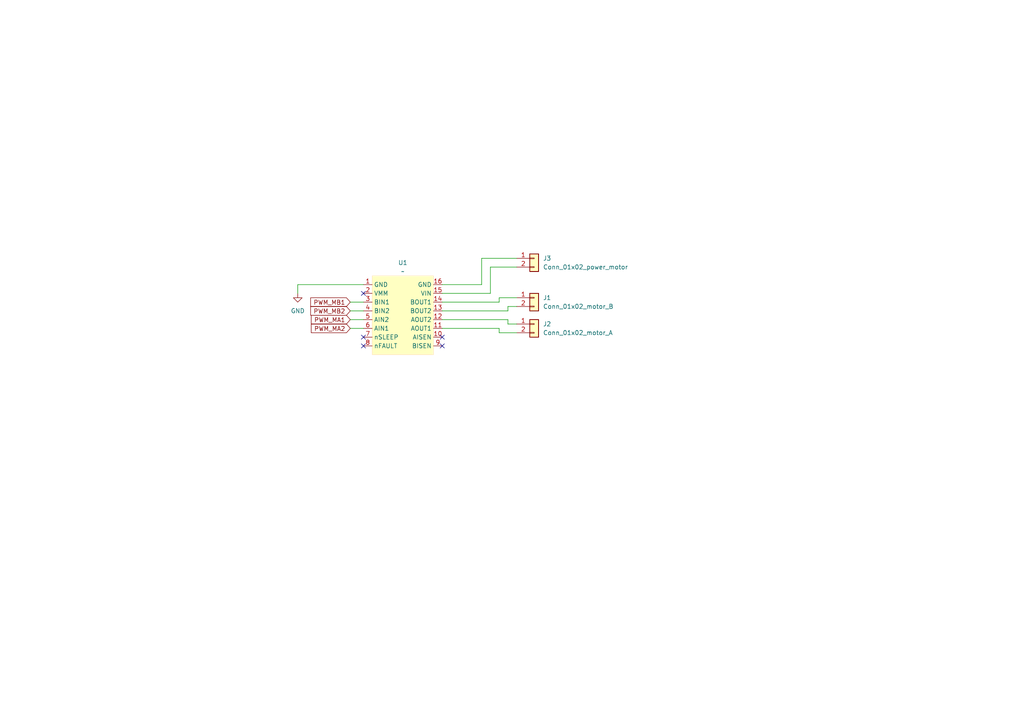
<source format=kicad_sch>
(kicad_sch (version 20250114) (generator "eeschema") (generator_version "9.0")
  (paper "A4")
  (lib_symbols
    (symbol "Connector_Generic:Conn_01x02" (pin_names (offset 1.016) (hide yes))
      (property "Reference" "J" (at 0 2.54 0))
      (property "Value" "Conn_01x02" (at 0 -5.08 0))
      (symbol "Conn_01x02_1_1"
        (rectangle (start -1.27 1.27) (end 1.27 -3.81) (stroke (width 0.254)) (fill (type background)))
        (rectangle (start -1.27 0.127) (end 0 -0.127) (stroke (width 0.1524)))
        (rectangle (start -1.27 -2.413) (end 0 -2.667) (stroke (width 0.1524)))
        (pin passive line (at -5.08 0 0) (length 3.81) (name "Pin_1") (number "1"))
        (pin passive line (at -5.08 -2.54 0) (length 3.81) (name "Pin_2") (number "2"))
      )
    )
    (symbol "custom_motores:DVR8833"
      (property "Reference" "U" (at 0 11.938 0))
      (symbol "DVR8833_0_1"
        (rectangle (start -8.89 10.16) (end 8.89 -12.7) (stroke (width 0) (color 255 229 191 1)) (fill (type background)))
      )
      (symbol "DVR8833_1_1"
        (pin power_in line (at -11.43 7.62 0) (length 2.54) (name "GND") (number "1"))
        (pin power_in line (at -11.43 5.08 0) (length 2.54) (name "VMM") (number "2"))
        (pin input line (at -11.43 2.54 0) (length 2.54) (name "BIN1") (number "3"))
        (pin input line (at -11.43 0 0) (length 2.54) (name "BIN2") (number "4"))
        (pin input line (at -11.43 -2.54 0) (length 2.54) (name "AIN2") (number "5"))
        (pin input line (at -11.43 -5.08 0) (length 2.54) (name "AIN1") (number "6"))
        (pin input line (at -11.43 -7.62 0) (length 2.54) (name "nSLEEP") (number "7"))
        (pin input line (at -11.43 -10.16 0) (length 2.54) (name "nFAULT") (number "8"))
        (pin power_in line (at 11.43 7.62 180) (length 2.54) (name "GND") (number "16"))
        (pin power_in line (at 11.43 5.08 180) (length 2.54) (name "VIN") (number "15"))
        (pin output line (at 11.43 2.54 180) (length 2.54) (name "BOUT1") (number "14"))
        (pin output line (at 11.43 0 180) (length 2.54) (name "BOUT2") (number "13"))
        (pin output line (at 11.43 -2.54 180) (length 2.54) (name "AOUT2") (number "12"))
        (pin output line (at 11.43 -5.08 180) (length 2.54) (name "AOUT1") (number "11"))
        (pin input line (at 11.43 -7.62 180) (length 2.54) (name "AISEN") (number "10"))
        (pin input line (at 11.43 -10.16 180) (length 2.54) (name "BISEN") (number "9"))
      )
    )
    (symbol "power:GND" (power) (pin_numbers (hide yes)) (pin_names (offset 0) (hide yes))
      (property "Value" "GND" (at 0 -3.81 0))
      (symbol "GND_0_1"
        (polyline (pts (xy 0 0) (xy 0 -1.27) (xy 1.27 -1.27) (xy 0 -2.54) (xy -1.27 -1.27) (xy 0 -1.27)))
      )
      (symbol "GND_1_1"
        (pin power_in line (at 0 0 270) (length 0) (name "~") (number "1"))
      )
    )
  )
  (no_connect (at 128.27 97.79))
  (no_connect (at 128.27 100.33))
  (no_connect (at 105.41 85.09))
  (no_connect (at 105.41 100.33))
  (no_connect (at 105.41 97.79))
  (wire (pts (xy 139.7 74.93) (xy 149.86 74.93)))
  (wire (pts (xy 128.27 82.55) (xy 139.7 82.55)))
  (wire (pts (xy 128.27 85.09) (xy 142.24 85.09)))
  (wire (pts (xy 142.24 77.47) (xy 142.24 85.09)))
  (wire (pts (xy 149.86 77.47) (xy 142.24 77.47)))
  (wire (pts (xy 144.78 96.52) (xy 144.78 95.25)))
  (wire (pts (xy 128.27 95.25) (xy 144.78 95.25)))
  (wire (pts (xy 101.6 90.17) (xy 105.41 90.17)))
  (wire (pts (xy 86.36 85.09) (xy 86.36 82.55)))
  (wire (pts (xy 128.27 90.17) (xy 147.32 90.17)))
  (wire (pts (xy 101.6 92.71) (xy 105.41 92.71)))
  (wire (pts (xy 139.7 82.55) (xy 139.7 74.93)))
  (wire (pts (xy 147.32 93.98) (xy 147.32 92.71)))
  (wire (pts (xy 101.6 87.63) (xy 105.41 87.63)))
  (wire (pts (xy 144.78 86.36) (xy 149.86 86.36)))
  (wire (pts (xy 147.32 88.9) (xy 149.86 88.9)))
  (wire (pts (xy 147.32 93.98) (xy 149.86 93.98)))
  (wire (pts (xy 128.27 87.63) (xy 144.78 87.63)))
  (wire (pts (xy 86.36 82.55) (xy 105.41 82.55)))
  (wire (pts (xy 144.78 87.63) (xy 144.78 86.36)))
  (wire (pts (xy 101.6 95.25) (xy 105.41 95.25)))
  (wire (pts (xy 144.78 96.52) (xy 149.86 96.52)))
  (wire (pts (xy 128.27 92.71) (xy 147.32 92.71)))
  (wire (pts (xy 147.32 90.17) (xy 147.32 88.9)))
  (global_label "PWM_MB1" (shape input) (at 101.6 87.63 180) (property "Intersheetrefs" "${INTERSHEET_REFS}" (effects (hide yes))))
  (global_label "PWM_MA2" (shape input) (at 101.6 95.25 180) (property "Intersheetrefs" "${INTERSHEET_REFS}" (effects (hide yes))))
  (global_label "PWM_MA1" (shape input) (at 101.6 92.71 180) (property "Intersheetrefs" "${INTERSHEET_REFS}" (effects (hide yes))))
  (global_label "PWM_MB2" (shape input) (at 101.6 90.17 180) (property "Intersheetrefs" "${INTERSHEET_REFS}" (effects (hide yes))))
  (symbol (lib_id "custom_motores:DVR8833") (at 116.84 90.17 0) (unit 1)
    (property "Reference" "U1" (at 116.84 76.2 0))
    (property "Value" "~" (at 116.84 78.74 0))
  )
  (symbol (lib_id "Connector_Generic:Conn_01x02") (at 154.94 74.93 0) (unit 1)
    (property "Reference" "J3" (at 157.48 74.9299 0) (effects (justify left)))
    (property "Value" "Conn_01x02_power_motor" (at 157.48 77.4699 0) (effects (justify left)))
    (property "Description" "Generic connector, single row, 01x02, script generated (kicad-library-utils/schlib/autogen/connector/)" (effects (hide yes)))
  )
  (symbol (lib_id "Connector_Generic:Conn_01x02") (at 154.94 86.36 0) (unit 1)
    (property "Reference" "J1" (at 157.48 86.3599 0) (effects (justify left)))
    (property "Value" "Conn_01x02_motor_B" (at 157.48 88.8999 0) (effects (justify left)))
    (property "Description" "Generic connector, single row, 01x02, script generated (kicad-library-utils/schlib/autogen/connector/)" (effects (hide yes)))
  )
  (symbol (lib_id "power:GND") (at 86.36 85.09 0) (unit 1)
    (property "Reference" "#PWR05" (effects (hide yes)))
    (property "Value" "GND" (at 86.36 90.17 0))
    (property "Description" "Power symbol creates a global label with name \"GND\" , ground" (effects (hide yes)))
  )
  (symbol (lib_id "Connector_Generic:Conn_01x02") (at 154.94 93.98 0) (unit 1)
    (property "Reference" "J2" (at 157.48 93.9799 0) (effects (justify left)))
    (property "Value" "Conn_01x02_motor_A" (at 157.48 96.5199 0) (effects (justify left)))
    (property "Description" "Generic connector, single row, 01x02, script generated (kicad-library-utils/schlib/autogen/connector/)" (effects (hide yes)))
  )
)
</source>
